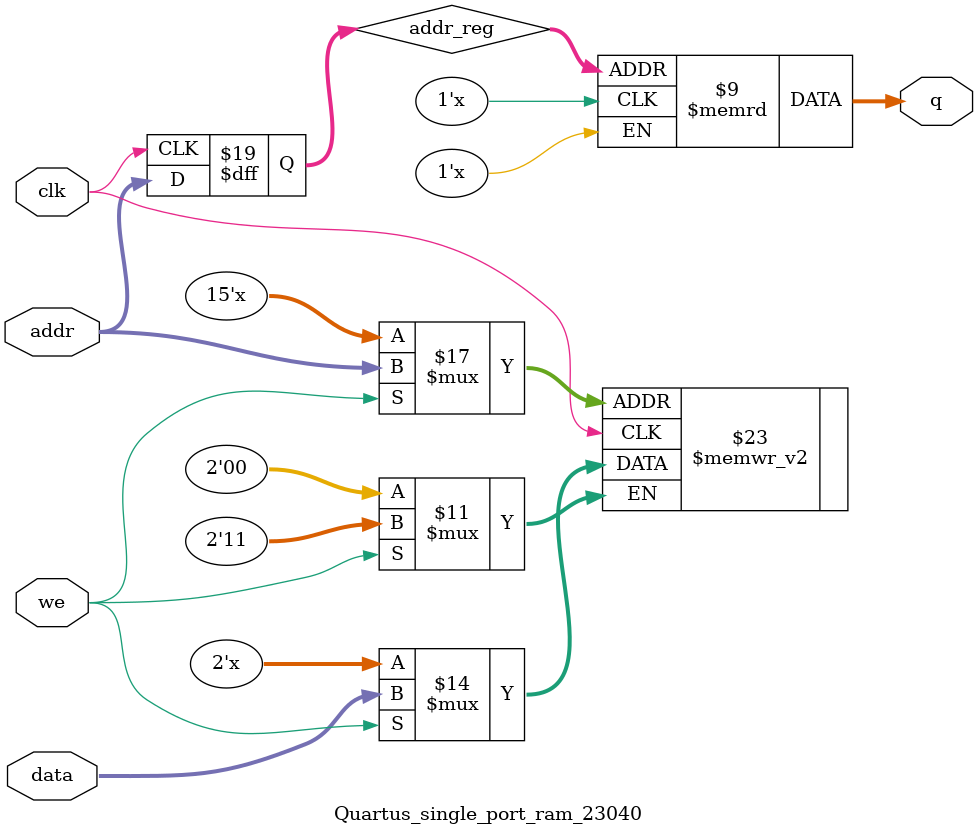
<source format=sv>
module Quartus_single_port_ram_23040
#(parameter DATA_WIDTH=2, parameter ADDR_WIDTH=15)
(
	input [(DATA_WIDTH-1):0] data,
	input [(ADDR_WIDTH-1):0] addr,
	input we, clk,
	output [(DATA_WIDTH-1):0] q
);

	// Declare the RAM variable
	reg [DATA_WIDTH-1:0] ram[23039:0]; // 160 * 144 * 2 bits

	// Variable to hold the registered read address
	reg [ADDR_WIDTH-1:0] addr_reg;

	always @ (posedge clk)
	begin
		// Write
		if (we)
			ram[addr] <= data;

		addr_reg <= addr;
	end

	// Continuous assignment implies read returns NEW data.
	// This is the natural behavior of the TriMatrix memory
	// blocks in Single Port mode.  
	assign q = ram[addr_reg];

endmodule
</source>
